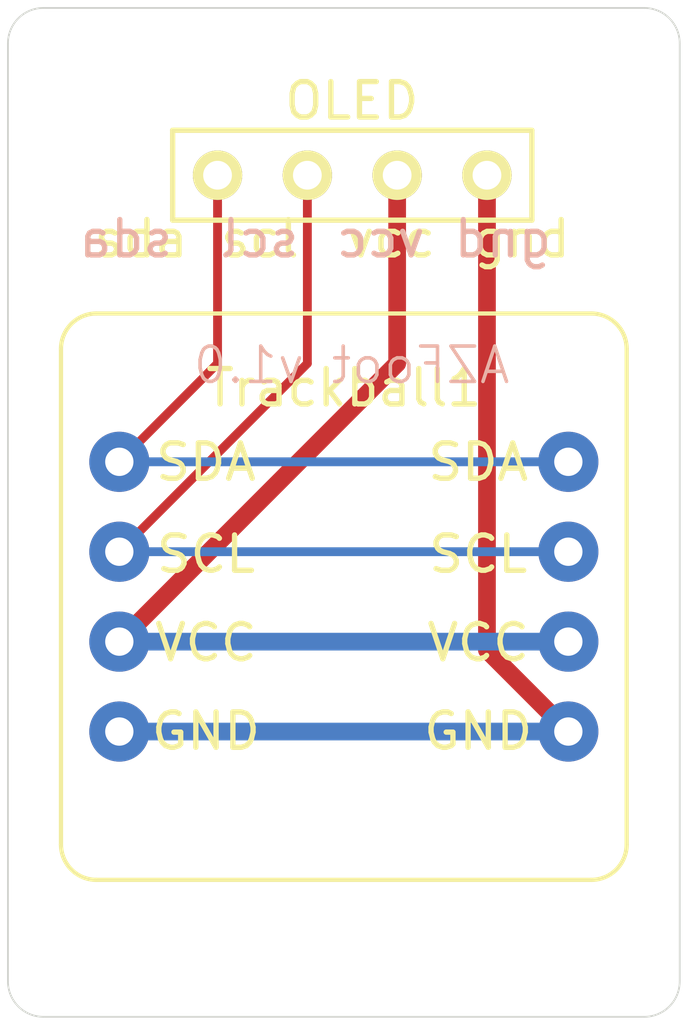
<source format=kicad_pcb>
(kicad_pcb (version 20240108) (generator "pcbnew") (generator_version "8.0")
  (layers (0 "F.Cu" signal) (31 "B.Cu" signal) (34 "B.Paste" user) (35 "F.Paste" user) (36 "B.SilkS" user "B.Silkscreen") (37 "F.SilkS" user "F.Silkscreen") (38 "B.Mask" user) (39 "F.Mask" user) (44 "Edge.Cuts" user))
  (net 0 "")
  (net 1 "VCC")
  (net 2 "SCL")
  (net 3 "GND")
  (net 4 "SDA")
  (footprint "kicad:AZ1UBALL" (layer "F.Cu") (at 30.95625 103.584375)
    (property "Reference" "Trackball1" (at 0 -5.9 180) (layer "F.SilkS"))
    (property "Value" "az1uball")
    (fp_line (start -8 7) (end -8 -7) (stroke (width 0.12)) (layer "F.SilkS"))
    (fp_line (start -7 -8) (end 7 -8) (stroke (width 0.12)) (layer "F.SilkS"))
    (fp_line (start 7 8) (end -7 8) (stroke (width 0.12)) (layer "F.SilkS"))
    (fp_line (start 8 -7) (end 8 7) (stroke (width 0.12)) (layer "F.SilkS"))
    (fp_arc (start -8 -7) (mid -7.707107 -7.707107) (end -7 -8) (stroke (width 0.12)) (layer "F.SilkS"))
    (fp_arc (start -7 8) (mid -7.707107 7.707107) (end -8 7) (stroke (width 0.12)) (layer "F.SilkS"))
    (fp_arc (start 7 -8) (mid 7.707107 -7.707107) (end 8 -7) (stroke (width 0.12)) (layer "F.SilkS"))
    (fp_arc (start 8 7) (mid 7.707107 7.707107) (end 7 8) (stroke (width 0.12)) (layer "F.SilkS"))
    (fp_text user "SCL" (at 3.8 -1.2 0) (layer "F.SilkS"))
    (fp_text user "VCC" (at 3.8 1.3 0) (layer "F.SilkS"))
    (fp_text user "SDA" (at 3.8 -3.8 0) (layer "F.SilkS"))
    (fp_text user "GND" (at -3.9 3.8 0) (layer "F.SilkS"))
    (fp_text user "SDA" (at -3.9 -3.8 0) (layer "F.SilkS"))
    (fp_text user "VCC" (at -3.9 1.3 0) (layer "F.SilkS"))
    (fp_text user "GND" (at 3.8 3.8 0) (layer "F.SilkS"))
    (fp_text user "SCL" (at -3.9 -1.2 0) (layer "F.SilkS"))
    (pad "1" thru_hole circle (at -6.35 -3.81) (size 1.7 1.7) (drill 0.8) (layers "*.Cu" "*.Mask") (net 4 "SDA"))
    (pad "1" thru_hole circle (at 6.35 -3.81) (size 1.7 1.7) (drill 0.8) (layers "*.Cu" "*.Mask") (net 4 "SDA"))
    (pad "2" thru_hole circle (at -6.35 -1.27) (size 1.7 1.7) (drill 0.8) (layers "*.Cu" "*.Mask") (net 2 "SCL"))
    (pad "2" thru_hole circle (at 6.35 -1.27) (size 1.7 1.7) (drill 0.8) (layers "*.Cu" "*.Mask") (net 2 "SCL"))
    (pad "3" thru_hole circle (at -6.35 1.27) (size 1.7 1.7) (drill 0.8) (layers "*.Cu" "*.Mask") (net 1 "VCC"))
    (pad "3" thru_hole circle (at 6.35 1.27) (size 1.7 1.7) (drill 0.8) (layers "*.Cu" "*.Mask") (net 1 "VCC"))
    (pad "4" thru_hole circle (at -6.35 3.81) (size 1.7 1.7) (drill 0.8) (layers "*.Cu" "*.Mask") (net 3 "GND"))
    (pad "4" thru_hole circle (at 6.35 3.81) (size 1.7 1.7) (drill 0.8) (layers "*.Cu" "*.Mask") (net 3 "GND"))
  )
  (footprint "kbd_Parts:OLED" (layer "F.Cu") (at 27.3844 91.678125)
    (property "Reference" "P1")
    (property "Value" "pointing" (hide yes))
    (fp_line (start -1.27 -1.27) (end 8.89 -1.27) (stroke (width 0.15)) (layer "F.SilkS"))
    (fp_line (start -1.27 1.27) (end -1.27 -1.27) (stroke (width 0.15)) (layer "F.SilkS"))
    (fp_line (start -1.27 1.27) (end 8.89 1.27) (stroke (width 0.15)) (layer "F.SilkS"))
    (fp_line (start 8.89 -1.27) (end 8.89 1.27) (stroke (width 0.15)) (layer "F.SilkS"))
    (fp_text user "OLED" (at 3.8 -2.1 0) (layer "F.SilkS"))
    (pad "1" thru_hole circle (at 0 0) (size 1.397 1.397) (drill 0.8128) (layers "*.Cu" "*.Mask" "F.SilkS") (net 4 "SDA"))
    (pad "2" thru_hole circle (at 2.54 0) (size 1.397 1.397) (drill 0.8128) (layers "*.Cu" "*.Mask" "F.SilkS") (net 2 "SCL"))
    (pad "3" thru_hole circle (at 5.08 0) (size 1.397 1.397) (drill 0.8128) (layers "*.Cu" "*.Mask" "F.SilkS") (net 1 "VCC"))
    (pad "4" thru_hole circle (at 7.62 0) (size 1.397 1.397) (drill 0.8128) (layers "*.Cu" "*.Mask" "F.SilkS") (net 3 "GND"))
  )
  (footprint "Rikkodo_FootPrint:rkd_Point_Cut" (layer "F.Cu") (at 30.95625 101.203125)
    (property "Reference" "M1" (hide yes))
    (property "Value" "Mark" (hide yes))
    (fp_line (start -9.5 -13.25) (end -9.5 13.25) (stroke (width 0.05)) (layer "Edge.Cuts"))
    (fp_line (start -8.5 -14.25) (end 8.5 -14.25) (stroke (width 0.05)) (layer "Edge.Cuts"))
    (fp_line (start 8.5 14.25) (end -8.5 14.25) (stroke (width 0.05)) (layer "Edge.Cuts"))
    (fp_line (start 9.5 -13.25) (end 9.5 13.25) (stroke (width 0.05)) (layer "Edge.Cuts"))
    (fp_arc (start -9.5 -13.25) (mid -9.207107 -13.957107) (end -8.5 -14.25) (stroke (width 0.05)) (layer "Edge.Cuts"))
    (fp_arc (start -8.5 14.25) (mid -9.207107 13.957107) (end -9.5 13.25) (stroke (width 0.05)) (layer "Edge.Cuts"))
    (fp_arc (start 8.5 -14.25) (mid 9.207107 -13.957107) (end 9.5 -13.25) (stroke (width 0.05)) (layer "Edge.Cuts"))
    (fp_arc (start 9.5 13.25) (mid 9.207107 13.957107) (end 8.5 14.25) (stroke (width 0.05)) (layer "Edge.Cuts"))
    (pad "" np_thru_hole circle (at -7.25 -12) (size 2.2 2.2) (drill 2.2) (layers "*.Cu" "*.Mask"))
    (pad "" np_thru_hole circle (at -7.25 12) (size 2.2 2.2) (drill 2.2) (layers "*.Cu" "*.Mask"))
    (pad "" np_thru_hole circle (at 7.25 -12) (size 2.2 2.2) (drill 2.2) (layers "*.Cu" "*.Mask"))
    (pad "" np_thru_hole circle (at 7.25 12) (size 2.2 2.2) (drill 2.2) (layers "*.Cu" "*.Mask"))
  )
  (gr_text "sda" (at 26.19375 94.059375 0) (layer "B.SilkS") (effects (font (size 1 1)) (justify left bottom mirror)))
  (gr_text "scl" (at 29.765625 94.059375 0) (layer "B.SilkS") (effects (font (size 1 1)) (justify left bottom mirror)))
  (gr_text "gnd" (at 36.909375 94.059375 0) (layer "B.SilkS") (effects (font (size 1 1)) (justify left bottom mirror)))
  (gr_text "vcc" (at 33.3375 94.059375 0) (layer "B.SilkS") (effects (font (size 1 1)) (justify left bottom mirror)))
  (gr_text "AZFoot v1.0" (at 35.71875 97.63125 0) (layer "B.SilkS") (effects (font (size 1 1) (thickness 0.1)) (justify left bottom mirror)))
  (gr_text "scl" (at 27.384375 94.059375 0) (layer "F.SilkS") (effects (font (size 1 1)) (justify left bottom)))
  (gr_text "sda" (at 23.8125 94.059375 0) (layer "F.SilkS") (effects (font (size 1 1)) (justify left bottom)))
  (gr_text "gnd" (at 34.528125 94.059375 0) (layer "F.SilkS") (effects (font (size 1 1)) (justify left bottom)))
  (gr_text "vcc" (at 30.95625 94.059375 0) (layer "F.SilkS") (effects (font (size 1 1)) (justify left bottom)))
  (segment (start 32.4644 91.678125) (end 32.4644 96.9963) (width 0.5) (layer "F.Cu") (net 1))
  (segment (start 32.4644 96.9963) (end 24.6063 104.8544) (width 0.5) (layer "F.Cu") (net 1))
  (segment (start 37.3063 104.8544) (end 24.6063 104.8544) (width 0.5) (layer "B.Cu") (net 1))
  (segment (start 29.9244 96.9963) (end 24.6063 102.3144) (width 0.25) (layer "F.Cu") (net 2))
  (segment (start 29.9244 91.678125) (end 29.9244 96.9963) (width 0.25) (layer "F.Cu") (net 2))
  (segment (start 37.3063 102.3144) (end 24.6063 102.3144) (width 0.25) (layer "B.Cu") (net 2))
  (segment (start 35.0044 105.0925) (end 37.3063 107.3944) (width 0.5) (layer "F.Cu") (net 3))
  (segment (start 35.0044 91.678125) (end 35.0044 105.0925) (width 0.5) (layer "F.Cu") (net 3))
  (segment (start 37.3063 107.3944) (end 24.6063 107.3944) (width 0.5) (layer "B.Cu") (net 3))
  (segment (start 27.3844 91.678125) (end 27.3844 96.9963) (width 0.25) (layer "F.Cu") (net 4))
  (segment (start 27.3844 96.9963) (end 24.6063 99.7744) (width 0.25) (layer "F.Cu") (net 4))
  (segment (start 37.3063 99.7744) (end 24.6063 99.7744) (width 0.25) (layer "B.Cu") (net 4))
)
</source>
